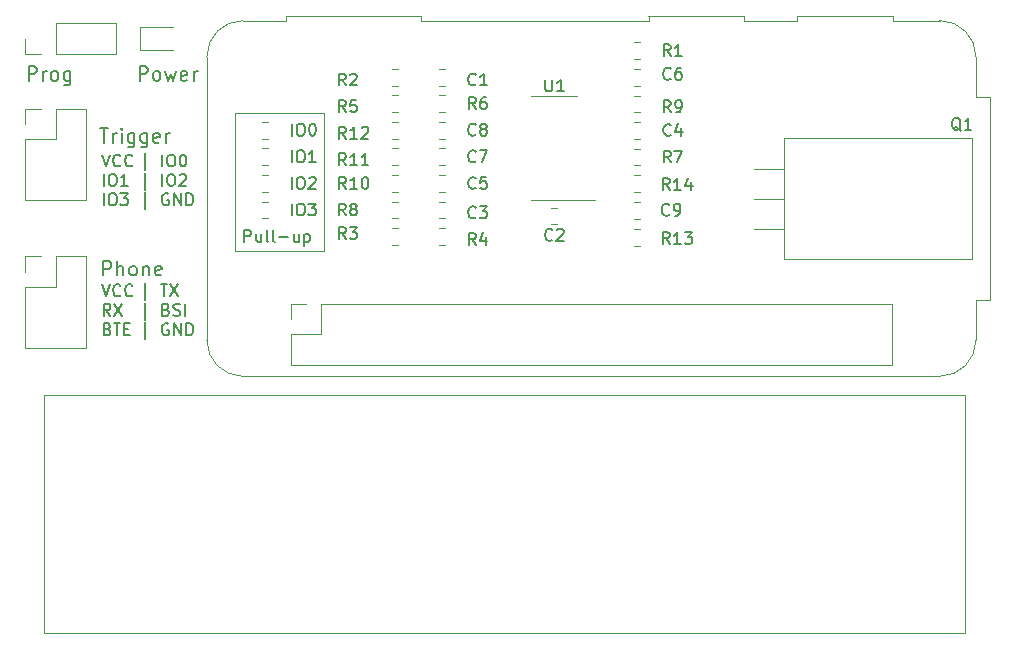
<source format=gto>
G04 #@! TF.GenerationSoftware,KiCad,Pcbnew,(5.1.2)-1*
G04 #@! TF.CreationDate,2019-06-30T13:56:13+03:00*
G04 #@! TF.ProjectId,rpizero-lowpower,7270697a-6572-46f2-9d6c-6f77706f7765,0.1.0*
G04 #@! TF.SameCoordinates,Original*
G04 #@! TF.FileFunction,Legend,Top*
G04 #@! TF.FilePolarity,Positive*
%FSLAX46Y46*%
G04 Gerber Fmt 4.6, Leading zero omitted, Abs format (unit mm)*
G04 Created by KiCad (PCBNEW (5.1.2)-1) date 2019-06-30 13:56:13*
%MOMM*%
%LPD*%
G04 APERTURE LIST*
%ADD10C,0.120000*%
%ADD11C,0.150000*%
%ADD12C,0.200000*%
G04 APERTURE END LIST*
D10*
X93428000Y-84480000D02*
X93428000Y-72730000D01*
D11*
X94166095Y-83682380D02*
X94166095Y-82682380D01*
X94547047Y-82682380D01*
X94642285Y-82730000D01*
X94689904Y-82777619D01*
X94737523Y-82872857D01*
X94737523Y-83015714D01*
X94689904Y-83110952D01*
X94642285Y-83158571D01*
X94547047Y-83206190D01*
X94166095Y-83206190D01*
X95594666Y-83015714D02*
X95594666Y-83682380D01*
X95166095Y-83015714D02*
X95166095Y-83539523D01*
X95213714Y-83634761D01*
X95308952Y-83682380D01*
X95451809Y-83682380D01*
X95547047Y-83634761D01*
X95594666Y-83587142D01*
X96213714Y-83682380D02*
X96118476Y-83634761D01*
X96070857Y-83539523D01*
X96070857Y-82682380D01*
X96737523Y-83682380D02*
X96642285Y-83634761D01*
X96594666Y-83539523D01*
X96594666Y-82682380D01*
X97118476Y-83301428D02*
X97880380Y-83301428D01*
X98785142Y-83015714D02*
X98785142Y-83682380D01*
X98356571Y-83015714D02*
X98356571Y-83539523D01*
X98404190Y-83634761D01*
X98499428Y-83682380D01*
X98642285Y-83682380D01*
X98737523Y-83634761D01*
X98785142Y-83587142D01*
X99261333Y-83015714D02*
X99261333Y-84015714D01*
X99261333Y-83063333D02*
X99356571Y-83015714D01*
X99547047Y-83015714D01*
X99642285Y-83063333D01*
X99689904Y-83110952D01*
X99737523Y-83206190D01*
X99737523Y-83491904D01*
X99689904Y-83587142D01*
X99642285Y-83634761D01*
X99547047Y-83682380D01*
X99356571Y-83682380D01*
X99261333Y-83634761D01*
D10*
X100928000Y-84480000D02*
X93428000Y-84480000D01*
X100928000Y-72730000D02*
X100928000Y-84480000D01*
X93428000Y-72730000D02*
X100928000Y-72730000D01*
D12*
X85306571Y-70022857D02*
X85306571Y-68822857D01*
X85763714Y-68822857D01*
X85878000Y-68880000D01*
X85935142Y-68937142D01*
X85992285Y-69051428D01*
X85992285Y-69222857D01*
X85935142Y-69337142D01*
X85878000Y-69394285D01*
X85763714Y-69451428D01*
X85306571Y-69451428D01*
X86678000Y-70022857D02*
X86563714Y-69965714D01*
X86506571Y-69908571D01*
X86449428Y-69794285D01*
X86449428Y-69451428D01*
X86506571Y-69337142D01*
X86563714Y-69280000D01*
X86678000Y-69222857D01*
X86849428Y-69222857D01*
X86963714Y-69280000D01*
X87020857Y-69337142D01*
X87078000Y-69451428D01*
X87078000Y-69794285D01*
X87020857Y-69908571D01*
X86963714Y-69965714D01*
X86849428Y-70022857D01*
X86678000Y-70022857D01*
X87478000Y-69222857D02*
X87706571Y-70022857D01*
X87935142Y-69451428D01*
X88163714Y-70022857D01*
X88392285Y-69222857D01*
X89306571Y-69965714D02*
X89192285Y-70022857D01*
X88963714Y-70022857D01*
X88849428Y-69965714D01*
X88792285Y-69851428D01*
X88792285Y-69394285D01*
X88849428Y-69280000D01*
X88963714Y-69222857D01*
X89192285Y-69222857D01*
X89306571Y-69280000D01*
X89363714Y-69394285D01*
X89363714Y-69508571D01*
X88792285Y-69622857D01*
X89878000Y-70022857D02*
X89878000Y-69222857D01*
X89878000Y-69451428D02*
X89935142Y-69337142D01*
X89992285Y-69280000D01*
X90106571Y-69222857D01*
X90220857Y-69222857D01*
D11*
X82120738Y-87282380D02*
X82454071Y-88282380D01*
X82787404Y-87282380D01*
X83692166Y-88187142D02*
X83644547Y-88234761D01*
X83501690Y-88282380D01*
X83406452Y-88282380D01*
X83263595Y-88234761D01*
X83168357Y-88139523D01*
X83120738Y-88044285D01*
X83073119Y-87853809D01*
X83073119Y-87710952D01*
X83120738Y-87520476D01*
X83168357Y-87425238D01*
X83263595Y-87330000D01*
X83406452Y-87282380D01*
X83501690Y-87282380D01*
X83644547Y-87330000D01*
X83692166Y-87377619D01*
X84692166Y-88187142D02*
X84644547Y-88234761D01*
X84501690Y-88282380D01*
X84406452Y-88282380D01*
X84263595Y-88234761D01*
X84168357Y-88139523D01*
X84120738Y-88044285D01*
X84073119Y-87853809D01*
X84073119Y-87710952D01*
X84120738Y-87520476D01*
X84168357Y-87425238D01*
X84263595Y-87330000D01*
X84406452Y-87282380D01*
X84501690Y-87282380D01*
X84644547Y-87330000D01*
X84692166Y-87377619D01*
X82835023Y-89932380D02*
X82501690Y-89456190D01*
X82263595Y-89932380D02*
X82263595Y-88932380D01*
X82644547Y-88932380D01*
X82739785Y-88980000D01*
X82787404Y-89027619D01*
X82835023Y-89122857D01*
X82835023Y-89265714D01*
X82787404Y-89360952D01*
X82739785Y-89408571D01*
X82644547Y-89456190D01*
X82263595Y-89456190D01*
X83168357Y-88932380D02*
X83835023Y-89932380D01*
X83835023Y-88932380D02*
X83168357Y-89932380D01*
X82596928Y-91058571D02*
X82739785Y-91106190D01*
X82787404Y-91153809D01*
X82835023Y-91249047D01*
X82835023Y-91391904D01*
X82787404Y-91487142D01*
X82739785Y-91534761D01*
X82644547Y-91582380D01*
X82263595Y-91582380D01*
X82263595Y-90582380D01*
X82596928Y-90582380D01*
X82692166Y-90630000D01*
X82739785Y-90677619D01*
X82787404Y-90772857D01*
X82787404Y-90868095D01*
X82739785Y-90963333D01*
X82692166Y-91010952D01*
X82596928Y-91058571D01*
X82263595Y-91058571D01*
X83120738Y-90582380D02*
X83692166Y-90582380D01*
X83406452Y-91582380D02*
X83406452Y-90582380D01*
X84025500Y-91058571D02*
X84358833Y-91058571D01*
X84501690Y-91582380D02*
X84025500Y-91582380D01*
X84025500Y-90582380D01*
X84501690Y-90582380D01*
X85751690Y-88615714D02*
X85751690Y-87187142D01*
X87085023Y-87282380D02*
X87656452Y-87282380D01*
X87370738Y-88282380D02*
X87370738Y-87282380D01*
X87894547Y-87282380D02*
X88561214Y-88282380D01*
X88561214Y-87282380D02*
X87894547Y-88282380D01*
X85751690Y-90265714D02*
X85751690Y-88837142D01*
X87561214Y-89408571D02*
X87704071Y-89456190D01*
X87751690Y-89503809D01*
X87799309Y-89599047D01*
X87799309Y-89741904D01*
X87751690Y-89837142D01*
X87704071Y-89884761D01*
X87608833Y-89932380D01*
X87227880Y-89932380D01*
X87227880Y-88932380D01*
X87561214Y-88932380D01*
X87656452Y-88980000D01*
X87704071Y-89027619D01*
X87751690Y-89122857D01*
X87751690Y-89218095D01*
X87704071Y-89313333D01*
X87656452Y-89360952D01*
X87561214Y-89408571D01*
X87227880Y-89408571D01*
X88180261Y-89884761D02*
X88323119Y-89932380D01*
X88561214Y-89932380D01*
X88656452Y-89884761D01*
X88704071Y-89837142D01*
X88751690Y-89741904D01*
X88751690Y-89646666D01*
X88704071Y-89551428D01*
X88656452Y-89503809D01*
X88561214Y-89456190D01*
X88370738Y-89408571D01*
X88275500Y-89360952D01*
X88227880Y-89313333D01*
X88180261Y-89218095D01*
X88180261Y-89122857D01*
X88227880Y-89027619D01*
X88275500Y-88980000D01*
X88370738Y-88932380D01*
X88608833Y-88932380D01*
X88751690Y-88980000D01*
X89180261Y-89932380D02*
X89180261Y-88932380D01*
X85751690Y-91915714D02*
X85751690Y-90487142D01*
X87751690Y-90630000D02*
X87656452Y-90582380D01*
X87513595Y-90582380D01*
X87370738Y-90630000D01*
X87275500Y-90725238D01*
X87227880Y-90820476D01*
X87180261Y-91010952D01*
X87180261Y-91153809D01*
X87227880Y-91344285D01*
X87275500Y-91439523D01*
X87370738Y-91534761D01*
X87513595Y-91582380D01*
X87608833Y-91582380D01*
X87751690Y-91534761D01*
X87799309Y-91487142D01*
X87799309Y-91153809D01*
X87608833Y-91153809D01*
X88227880Y-91582380D02*
X88227880Y-90582380D01*
X88799309Y-91582380D01*
X88799309Y-90582380D01*
X89275500Y-91582380D02*
X89275500Y-90582380D01*
X89513595Y-90582380D01*
X89656452Y-90630000D01*
X89751690Y-90725238D01*
X89799309Y-90820476D01*
X89846928Y-91010952D01*
X89846928Y-91153809D01*
X89799309Y-91344285D01*
X89751690Y-91439523D01*
X89656452Y-91534761D01*
X89513595Y-91582380D01*
X89275500Y-91582380D01*
X85751690Y-77615714D02*
X85751690Y-76187142D01*
X87227880Y-77282380D02*
X87227880Y-76282380D01*
X87894547Y-76282380D02*
X88085023Y-76282380D01*
X88180261Y-76330000D01*
X88275500Y-76425238D01*
X88323119Y-76615714D01*
X88323119Y-76949047D01*
X88275500Y-77139523D01*
X88180261Y-77234761D01*
X88085023Y-77282380D01*
X87894547Y-77282380D01*
X87799309Y-77234761D01*
X87704071Y-77139523D01*
X87656452Y-76949047D01*
X87656452Y-76615714D01*
X87704071Y-76425238D01*
X87799309Y-76330000D01*
X87894547Y-76282380D01*
X88942166Y-76282380D02*
X89037404Y-76282380D01*
X89132642Y-76330000D01*
X89180261Y-76377619D01*
X89227880Y-76472857D01*
X89275500Y-76663333D01*
X89275500Y-76901428D01*
X89227880Y-77091904D01*
X89180261Y-77187142D01*
X89132642Y-77234761D01*
X89037404Y-77282380D01*
X88942166Y-77282380D01*
X88846928Y-77234761D01*
X88799309Y-77187142D01*
X88751690Y-77091904D01*
X88704071Y-76901428D01*
X88704071Y-76663333D01*
X88751690Y-76472857D01*
X88799309Y-76377619D01*
X88846928Y-76330000D01*
X88942166Y-76282380D01*
X85751690Y-79265714D02*
X85751690Y-77837142D01*
X87227880Y-78932380D02*
X87227880Y-77932380D01*
X87894547Y-77932380D02*
X88085023Y-77932380D01*
X88180261Y-77980000D01*
X88275500Y-78075238D01*
X88323119Y-78265714D01*
X88323119Y-78599047D01*
X88275500Y-78789523D01*
X88180261Y-78884761D01*
X88085023Y-78932380D01*
X87894547Y-78932380D01*
X87799309Y-78884761D01*
X87704071Y-78789523D01*
X87656452Y-78599047D01*
X87656452Y-78265714D01*
X87704071Y-78075238D01*
X87799309Y-77980000D01*
X87894547Y-77932380D01*
X88704071Y-78027619D02*
X88751690Y-77980000D01*
X88846928Y-77932380D01*
X89085023Y-77932380D01*
X89180261Y-77980000D01*
X89227880Y-78027619D01*
X89275500Y-78122857D01*
X89275500Y-78218095D01*
X89227880Y-78360952D01*
X88656452Y-78932380D01*
X89275500Y-78932380D01*
X85751690Y-80915714D02*
X85751690Y-79487142D01*
X87751690Y-79630000D02*
X87656452Y-79582380D01*
X87513595Y-79582380D01*
X87370738Y-79630000D01*
X87275500Y-79725238D01*
X87227880Y-79820476D01*
X87180261Y-80010952D01*
X87180261Y-80153809D01*
X87227880Y-80344285D01*
X87275500Y-80439523D01*
X87370738Y-80534761D01*
X87513595Y-80582380D01*
X87608833Y-80582380D01*
X87751690Y-80534761D01*
X87799309Y-80487142D01*
X87799309Y-80153809D01*
X87608833Y-80153809D01*
X88227880Y-80582380D02*
X88227880Y-79582380D01*
X88799309Y-80582380D01*
X88799309Y-79582380D01*
X89275500Y-80582380D02*
X89275500Y-79582380D01*
X89513595Y-79582380D01*
X89656452Y-79630000D01*
X89751690Y-79725238D01*
X89799309Y-79820476D01*
X89846928Y-80010952D01*
X89846928Y-80153809D01*
X89799309Y-80344285D01*
X89751690Y-80439523D01*
X89656452Y-80534761D01*
X89513595Y-80582380D01*
X89275500Y-80582380D01*
X82120738Y-76282380D02*
X82454071Y-77282380D01*
X82787404Y-76282380D01*
X83692166Y-77187142D02*
X83644547Y-77234761D01*
X83501690Y-77282380D01*
X83406452Y-77282380D01*
X83263595Y-77234761D01*
X83168357Y-77139523D01*
X83120738Y-77044285D01*
X83073119Y-76853809D01*
X83073119Y-76710952D01*
X83120738Y-76520476D01*
X83168357Y-76425238D01*
X83263595Y-76330000D01*
X83406452Y-76282380D01*
X83501690Y-76282380D01*
X83644547Y-76330000D01*
X83692166Y-76377619D01*
X84692166Y-77187142D02*
X84644547Y-77234761D01*
X84501690Y-77282380D01*
X84406452Y-77282380D01*
X84263595Y-77234761D01*
X84168357Y-77139523D01*
X84120738Y-77044285D01*
X84073119Y-76853809D01*
X84073119Y-76710952D01*
X84120738Y-76520476D01*
X84168357Y-76425238D01*
X84263595Y-76330000D01*
X84406452Y-76282380D01*
X84501690Y-76282380D01*
X84644547Y-76330000D01*
X84692166Y-76377619D01*
X82263595Y-78932380D02*
X82263595Y-77932380D01*
X82930261Y-77932380D02*
X83120738Y-77932380D01*
X83215976Y-77980000D01*
X83311214Y-78075238D01*
X83358833Y-78265714D01*
X83358833Y-78599047D01*
X83311214Y-78789523D01*
X83215976Y-78884761D01*
X83120738Y-78932380D01*
X82930261Y-78932380D01*
X82835023Y-78884761D01*
X82739785Y-78789523D01*
X82692166Y-78599047D01*
X82692166Y-78265714D01*
X82739785Y-78075238D01*
X82835023Y-77980000D01*
X82930261Y-77932380D01*
X84311214Y-78932380D02*
X83739785Y-78932380D01*
X84025500Y-78932380D02*
X84025500Y-77932380D01*
X83930261Y-78075238D01*
X83835023Y-78170476D01*
X83739785Y-78218095D01*
X82263595Y-80582380D02*
X82263595Y-79582380D01*
X82930261Y-79582380D02*
X83120738Y-79582380D01*
X83215976Y-79630000D01*
X83311214Y-79725238D01*
X83358833Y-79915714D01*
X83358833Y-80249047D01*
X83311214Y-80439523D01*
X83215976Y-80534761D01*
X83120738Y-80582380D01*
X82930261Y-80582380D01*
X82835023Y-80534761D01*
X82739785Y-80439523D01*
X82692166Y-80249047D01*
X82692166Y-79915714D01*
X82739785Y-79725238D01*
X82835023Y-79630000D01*
X82930261Y-79582380D01*
X83692166Y-79582380D02*
X84311214Y-79582380D01*
X83977880Y-79963333D01*
X84120738Y-79963333D01*
X84215976Y-80010952D01*
X84263595Y-80058571D01*
X84311214Y-80153809D01*
X84311214Y-80391904D01*
X84263595Y-80487142D01*
X84215976Y-80534761D01*
X84120738Y-80582380D01*
X83835023Y-80582380D01*
X83739785Y-80534761D01*
X83692166Y-80487142D01*
D12*
X75906571Y-70022857D02*
X75906571Y-68822857D01*
X76363714Y-68822857D01*
X76478000Y-68880000D01*
X76535142Y-68937142D01*
X76592285Y-69051428D01*
X76592285Y-69222857D01*
X76535142Y-69337142D01*
X76478000Y-69394285D01*
X76363714Y-69451428D01*
X75906571Y-69451428D01*
X77106571Y-70022857D02*
X77106571Y-69222857D01*
X77106571Y-69451428D02*
X77163714Y-69337142D01*
X77220857Y-69280000D01*
X77335142Y-69222857D01*
X77449428Y-69222857D01*
X78020857Y-70022857D02*
X77906571Y-69965714D01*
X77849428Y-69908571D01*
X77792285Y-69794285D01*
X77792285Y-69451428D01*
X77849428Y-69337142D01*
X77906571Y-69280000D01*
X78020857Y-69222857D01*
X78192285Y-69222857D01*
X78306571Y-69280000D01*
X78363714Y-69337142D01*
X78420857Y-69451428D01*
X78420857Y-69794285D01*
X78363714Y-69908571D01*
X78306571Y-69965714D01*
X78192285Y-70022857D01*
X78020857Y-70022857D01*
X79449428Y-69222857D02*
X79449428Y-70194285D01*
X79392285Y-70308571D01*
X79335142Y-70365714D01*
X79220857Y-70422857D01*
X79049428Y-70422857D01*
X78935142Y-70365714D01*
X79449428Y-69965714D02*
X79335142Y-70022857D01*
X79106571Y-70022857D01*
X78992285Y-69965714D01*
X78935142Y-69908571D01*
X78878000Y-69794285D01*
X78878000Y-69451428D01*
X78935142Y-69337142D01*
X78992285Y-69280000D01*
X79106571Y-69222857D01*
X79335142Y-69222857D01*
X79449428Y-69280000D01*
X81956571Y-74072857D02*
X82642285Y-74072857D01*
X82299428Y-75272857D02*
X82299428Y-74072857D01*
X83042285Y-75272857D02*
X83042285Y-74472857D01*
X83042285Y-74701428D02*
X83099428Y-74587142D01*
X83156571Y-74530000D01*
X83270857Y-74472857D01*
X83385142Y-74472857D01*
X83785142Y-75272857D02*
X83785142Y-74472857D01*
X83785142Y-74072857D02*
X83728000Y-74130000D01*
X83785142Y-74187142D01*
X83842285Y-74130000D01*
X83785142Y-74072857D01*
X83785142Y-74187142D01*
X84870857Y-74472857D02*
X84870857Y-75444285D01*
X84813714Y-75558571D01*
X84756571Y-75615714D01*
X84642285Y-75672857D01*
X84470857Y-75672857D01*
X84356571Y-75615714D01*
X84870857Y-75215714D02*
X84756571Y-75272857D01*
X84528000Y-75272857D01*
X84413714Y-75215714D01*
X84356571Y-75158571D01*
X84299428Y-75044285D01*
X84299428Y-74701428D01*
X84356571Y-74587142D01*
X84413714Y-74530000D01*
X84528000Y-74472857D01*
X84756571Y-74472857D01*
X84870857Y-74530000D01*
X85956571Y-74472857D02*
X85956571Y-75444285D01*
X85899428Y-75558571D01*
X85842285Y-75615714D01*
X85728000Y-75672857D01*
X85556571Y-75672857D01*
X85442285Y-75615714D01*
X85956571Y-75215714D02*
X85842285Y-75272857D01*
X85613714Y-75272857D01*
X85499428Y-75215714D01*
X85442285Y-75158571D01*
X85385142Y-75044285D01*
X85385142Y-74701428D01*
X85442285Y-74587142D01*
X85499428Y-74530000D01*
X85613714Y-74472857D01*
X85842285Y-74472857D01*
X85956571Y-74530000D01*
X86985142Y-75215714D02*
X86870857Y-75272857D01*
X86642285Y-75272857D01*
X86528000Y-75215714D01*
X86470857Y-75101428D01*
X86470857Y-74644285D01*
X86528000Y-74530000D01*
X86642285Y-74472857D01*
X86870857Y-74472857D01*
X86985142Y-74530000D01*
X87042285Y-74644285D01*
X87042285Y-74758571D01*
X86470857Y-74872857D01*
X87556571Y-75272857D02*
X87556571Y-74472857D01*
X87556571Y-74701428D02*
X87613714Y-74587142D01*
X87670857Y-74530000D01*
X87785142Y-74472857D01*
X87899428Y-74472857D01*
X82220857Y-86522857D02*
X82220857Y-85322857D01*
X82678000Y-85322857D01*
X82792285Y-85380000D01*
X82849428Y-85437142D01*
X82906571Y-85551428D01*
X82906571Y-85722857D01*
X82849428Y-85837142D01*
X82792285Y-85894285D01*
X82678000Y-85951428D01*
X82220857Y-85951428D01*
X83420857Y-86522857D02*
X83420857Y-85322857D01*
X83935142Y-86522857D02*
X83935142Y-85894285D01*
X83878000Y-85780000D01*
X83763714Y-85722857D01*
X83592285Y-85722857D01*
X83478000Y-85780000D01*
X83420857Y-85837142D01*
X84678000Y-86522857D02*
X84563714Y-86465714D01*
X84506571Y-86408571D01*
X84449428Y-86294285D01*
X84449428Y-85951428D01*
X84506571Y-85837142D01*
X84563714Y-85780000D01*
X84678000Y-85722857D01*
X84849428Y-85722857D01*
X84963714Y-85780000D01*
X85020857Y-85837142D01*
X85078000Y-85951428D01*
X85078000Y-86294285D01*
X85020857Y-86408571D01*
X84963714Y-86465714D01*
X84849428Y-86522857D01*
X84678000Y-86522857D01*
X85592285Y-85722857D02*
X85592285Y-86522857D01*
X85592285Y-85837142D02*
X85649428Y-85780000D01*
X85763714Y-85722857D01*
X85935142Y-85722857D01*
X86049428Y-85780000D01*
X86106571Y-85894285D01*
X86106571Y-86522857D01*
X87135142Y-86465714D02*
X87020857Y-86522857D01*
X86792285Y-86522857D01*
X86678000Y-86465714D01*
X86620857Y-86351428D01*
X86620857Y-85894285D01*
X86678000Y-85780000D01*
X86792285Y-85722857D01*
X87020857Y-85722857D01*
X87135142Y-85780000D01*
X87192285Y-85894285D01*
X87192285Y-86008571D01*
X86620857Y-86122857D01*
D10*
X127138748Y-79422000D02*
X127661252Y-79422000D01*
X127138748Y-78002000D02*
X127661252Y-78002000D01*
X127661252Y-82574000D02*
X127138748Y-82574000D01*
X127661252Y-83994000D02*
X127138748Y-83994000D01*
X127138748Y-81708000D02*
X127661252Y-81708000D01*
X127138748Y-80288000D02*
X127661252Y-80288000D01*
X127166748Y-70459000D02*
X127689252Y-70459000D01*
X127166748Y-69039000D02*
X127689252Y-69039000D01*
X94058000Y-64940000D02*
G75*
G03X90998000Y-68000000I0J-3060000D01*
G01*
X90998000Y-92000000D02*
G75*
G03X94058000Y-95060000I3060000J0D01*
G01*
X153058000Y-95060000D02*
G75*
G03X156118000Y-92000000I0J3060000D01*
G01*
X153058000Y-95060000D02*
X94058000Y-95060000D01*
X90998000Y-92000000D02*
X90998000Y-68000000D01*
X153058000Y-64940000D02*
X149118000Y-64940000D01*
X156118000Y-71440000D02*
X156118000Y-68000000D01*
X156118000Y-68000000D02*
G75*
G03X153058000Y-64940000I-3060000J0D01*
G01*
X149018000Y-94100000D02*
X149018000Y-88900000D01*
X100698000Y-88900000D02*
X149018000Y-88900000D01*
X98098000Y-88900000D02*
X99428000Y-88900000D01*
X98098000Y-90230000D02*
X98098000Y-88900000D01*
X100698000Y-91500000D02*
X100698000Y-88900000D01*
X98098000Y-91500000D02*
X100698000Y-91500000D01*
X98098000Y-94100000D02*
X98098000Y-91500000D01*
X98098000Y-94100000D02*
X149018000Y-94100000D01*
X156118000Y-88560000D02*
X157318000Y-88560000D01*
X157318000Y-88560000D02*
X157318000Y-71440000D01*
X157318000Y-71440000D02*
X156118000Y-71440000D01*
X156118000Y-88560000D02*
X156118000Y-92000000D01*
X149118000Y-64940000D02*
X149118000Y-64576000D01*
X149118000Y-64576000D02*
X140998000Y-64576000D01*
X140998000Y-64576000D02*
X140998000Y-64940000D01*
X136518000Y-64940000D02*
X136518000Y-64576000D01*
X128398000Y-64576000D02*
X128398000Y-64940000D01*
X136512000Y-64576000D02*
X128392000Y-64576000D01*
X140998000Y-64940000D02*
X136518000Y-64940000D01*
X128398000Y-64940000D02*
X109168000Y-64940000D01*
X109168000Y-64940000D02*
X109168000Y-64576000D01*
X109168000Y-64576000D02*
X97748000Y-64576000D01*
X97748000Y-64576000D02*
X97748000Y-64940000D01*
X97748000Y-64940000D02*
X94058000Y-64940000D01*
X106666748Y-79440000D02*
X107189252Y-79440000D01*
X106666748Y-78020000D02*
X107189252Y-78020000D01*
X139868000Y-82560000D02*
X137328000Y-82560000D01*
X139868000Y-80020000D02*
X137328000Y-80020000D01*
X139868000Y-77480000D02*
X137328000Y-77480000D01*
X155758000Y-85140000D02*
X139868000Y-85140000D01*
X155758000Y-74900000D02*
X139868000Y-74900000D01*
X155758000Y-74900000D02*
X155758000Y-85140000D01*
X139868000Y-74900000D02*
X139868000Y-85140000D01*
X95666748Y-74940000D02*
X96189252Y-74940000D01*
X95666748Y-73520000D02*
X96189252Y-73520000D01*
X95666748Y-77190000D02*
X96189252Y-77190000D01*
X95666748Y-75770000D02*
X96189252Y-75770000D01*
X95666748Y-79440000D02*
X96189252Y-79440000D01*
X95666748Y-78020000D02*
X96189252Y-78020000D01*
X95666748Y-81690000D02*
X96189252Y-81690000D01*
X95666748Y-80270000D02*
X96189252Y-80270000D01*
X75598000Y-72400000D02*
X76928000Y-72400000D01*
X75598000Y-73730000D02*
X75598000Y-72400000D01*
X78198000Y-72400000D02*
X80798000Y-72400000D01*
X78198000Y-75000000D02*
X78198000Y-72400000D01*
X75598000Y-75000000D02*
X78198000Y-75000000D01*
X80798000Y-72400000D02*
X80798000Y-80140000D01*
X75598000Y-75000000D02*
X75598000Y-80140000D01*
X75598000Y-80140000D02*
X80798000Y-80140000D01*
X75598000Y-67810000D02*
X75598000Y-66480000D01*
X76928000Y-67810000D02*
X75598000Y-67810000D01*
X78198000Y-67810000D02*
X78198000Y-65150000D01*
X78198000Y-65150000D02*
X83338000Y-65150000D01*
X78198000Y-67810000D02*
X83338000Y-67810000D01*
X83338000Y-67810000D02*
X83338000Y-65150000D01*
X75598000Y-84900000D02*
X76928000Y-84900000D01*
X75598000Y-86230000D02*
X75598000Y-84900000D01*
X78198000Y-84900000D02*
X80798000Y-84900000D01*
X78198000Y-87500000D02*
X78198000Y-84900000D01*
X75598000Y-87500000D02*
X78198000Y-87500000D01*
X80798000Y-84900000D02*
X80798000Y-92640000D01*
X75598000Y-87500000D02*
X75598000Y-92640000D01*
X75598000Y-92640000D02*
X80798000Y-92640000D01*
X106666748Y-74940000D02*
X107189252Y-74940000D01*
X106666748Y-73520000D02*
X107189252Y-73520000D01*
X106666748Y-77190000D02*
X107189252Y-77190000D01*
X106666748Y-75770000D02*
X107189252Y-75770000D01*
X127166748Y-72709000D02*
X127689252Y-72709000D01*
X127166748Y-71289000D02*
X127689252Y-71289000D01*
X106666748Y-81690000D02*
X107189252Y-81690000D01*
X106666748Y-80270000D02*
X107189252Y-80270000D01*
X127166748Y-77209000D02*
X127689252Y-77209000D01*
X127166748Y-75789000D02*
X127689252Y-75789000D01*
X110666748Y-72690000D02*
X111189252Y-72690000D01*
X110666748Y-71270000D02*
X111189252Y-71270000D01*
X106666748Y-72690000D02*
X107189252Y-72690000D01*
X106666748Y-71270000D02*
X107189252Y-71270000D01*
X110666748Y-74940000D02*
X111189252Y-74940000D01*
X110666748Y-73520000D02*
X111189252Y-73520000D01*
X110666748Y-77190000D02*
X111189252Y-77190000D01*
X110666748Y-75770000D02*
X111189252Y-75770000D01*
X110666748Y-79440000D02*
X111189252Y-79440000D01*
X110666748Y-78020000D02*
X111189252Y-78020000D01*
X127166748Y-74959000D02*
X127689252Y-74959000D01*
X127166748Y-73539000D02*
X127689252Y-73539000D01*
X110666748Y-81690000D02*
X111189252Y-81690000D01*
X110666748Y-80270000D02*
X111189252Y-80270000D01*
X120689252Y-80770000D02*
X120166748Y-80770000D01*
X120689252Y-82190000D02*
X120166748Y-82190000D01*
X110666748Y-70440000D02*
X111189252Y-70440000D01*
X110666748Y-69020000D02*
X111189252Y-69020000D01*
X155178000Y-96680000D02*
X155178000Y-116780000D01*
X77178000Y-96680000D02*
X155178000Y-96680000D01*
X77178000Y-116780000D02*
X77178000Y-96680000D01*
X155178000Y-116780000D02*
X77178000Y-116780000D01*
X110666748Y-83940000D02*
X111189252Y-83940000D01*
X110666748Y-82520000D02*
X111189252Y-82520000D01*
X106666748Y-83940000D02*
X107189252Y-83940000D01*
X106666748Y-82520000D02*
X107189252Y-82520000D01*
X106666748Y-70440000D02*
X107189252Y-70440000D01*
X106666748Y-69020000D02*
X107189252Y-69020000D01*
X127166748Y-68209000D02*
X127689252Y-68209000D01*
X127166748Y-66789000D02*
X127689252Y-66789000D01*
X85318000Y-67440000D02*
X88178000Y-67440000D01*
X85318000Y-65520000D02*
X85318000Y-67440000D01*
X88178000Y-65520000D02*
X85318000Y-65520000D01*
X120428000Y-80165000D02*
X123878000Y-80165000D01*
X120428000Y-80165000D02*
X118478000Y-80165000D01*
X120428000Y-71295000D02*
X122378000Y-71295000D01*
X120428000Y-71295000D02*
X118478000Y-71295000D01*
D11*
X130186142Y-79291380D02*
X129852809Y-78815190D01*
X129614714Y-79291380D02*
X129614714Y-78291380D01*
X129995666Y-78291380D01*
X130090904Y-78339000D01*
X130138523Y-78386619D01*
X130186142Y-78481857D01*
X130186142Y-78624714D01*
X130138523Y-78719952D01*
X130090904Y-78767571D01*
X129995666Y-78815190D01*
X129614714Y-78815190D01*
X131138523Y-79291380D02*
X130567095Y-79291380D01*
X130852809Y-79291380D02*
X130852809Y-78291380D01*
X130757571Y-78434238D01*
X130662333Y-78529476D01*
X130567095Y-78577095D01*
X131995666Y-78624714D02*
X131995666Y-79291380D01*
X131757571Y-78243761D02*
X131519476Y-78958047D01*
X132138523Y-78958047D01*
X130186142Y-83863380D02*
X129852809Y-83387190D01*
X129614714Y-83863380D02*
X129614714Y-82863380D01*
X129995666Y-82863380D01*
X130090904Y-82911000D01*
X130138523Y-82958619D01*
X130186142Y-83053857D01*
X130186142Y-83196714D01*
X130138523Y-83291952D01*
X130090904Y-83339571D01*
X129995666Y-83387190D01*
X129614714Y-83387190D01*
X131138523Y-83863380D02*
X130567095Y-83863380D01*
X130852809Y-83863380D02*
X130852809Y-82863380D01*
X130757571Y-83006238D01*
X130662333Y-83101476D01*
X130567095Y-83149095D01*
X131471857Y-82863380D02*
X132090904Y-82863380D01*
X131757571Y-83244333D01*
X131900428Y-83244333D01*
X131995666Y-83291952D01*
X132043285Y-83339571D01*
X132090904Y-83434809D01*
X132090904Y-83672904D01*
X132043285Y-83768142D01*
X131995666Y-83815761D01*
X131900428Y-83863380D01*
X131614714Y-83863380D01*
X131519476Y-83815761D01*
X131471857Y-83768142D01*
X130154333Y-81355142D02*
X130106714Y-81402761D01*
X129963857Y-81450380D01*
X129868619Y-81450380D01*
X129725761Y-81402761D01*
X129630523Y-81307523D01*
X129582904Y-81212285D01*
X129535285Y-81021809D01*
X129535285Y-80878952D01*
X129582904Y-80688476D01*
X129630523Y-80593238D01*
X129725761Y-80498000D01*
X129868619Y-80450380D01*
X129963857Y-80450380D01*
X130106714Y-80498000D01*
X130154333Y-80545619D01*
X130630523Y-81450380D02*
X130821000Y-81450380D01*
X130916238Y-81402761D01*
X130963857Y-81355142D01*
X131059095Y-81212285D01*
X131106714Y-81021809D01*
X131106714Y-80640857D01*
X131059095Y-80545619D01*
X131011476Y-80498000D01*
X130916238Y-80450380D01*
X130725761Y-80450380D01*
X130630523Y-80498000D01*
X130582904Y-80545619D01*
X130535285Y-80640857D01*
X130535285Y-80878952D01*
X130582904Y-80974190D01*
X130630523Y-81021809D01*
X130725761Y-81069428D01*
X130916238Y-81069428D01*
X131011476Y-81021809D01*
X131059095Y-80974190D01*
X131106714Y-80878952D01*
X130261333Y-69856142D02*
X130213714Y-69903761D01*
X130070857Y-69951380D01*
X129975619Y-69951380D01*
X129832761Y-69903761D01*
X129737523Y-69808523D01*
X129689904Y-69713285D01*
X129642285Y-69522809D01*
X129642285Y-69379952D01*
X129689904Y-69189476D01*
X129737523Y-69094238D01*
X129832761Y-68999000D01*
X129975619Y-68951380D01*
X130070857Y-68951380D01*
X130213714Y-68999000D01*
X130261333Y-69046619D01*
X131118476Y-68951380D02*
X130928000Y-68951380D01*
X130832761Y-68999000D01*
X130785142Y-69046619D01*
X130689904Y-69189476D01*
X130642285Y-69379952D01*
X130642285Y-69760904D01*
X130689904Y-69856142D01*
X130737523Y-69903761D01*
X130832761Y-69951380D01*
X131023238Y-69951380D01*
X131118476Y-69903761D01*
X131166095Y-69856142D01*
X131213714Y-69760904D01*
X131213714Y-69522809D01*
X131166095Y-69427571D01*
X131118476Y-69379952D01*
X131023238Y-69332333D01*
X130832761Y-69332333D01*
X130737523Y-69379952D01*
X130689904Y-69427571D01*
X130642285Y-69522809D01*
X102785142Y-79182380D02*
X102451809Y-78706190D01*
X102213714Y-79182380D02*
X102213714Y-78182380D01*
X102594666Y-78182380D01*
X102689904Y-78230000D01*
X102737523Y-78277619D01*
X102785142Y-78372857D01*
X102785142Y-78515714D01*
X102737523Y-78610952D01*
X102689904Y-78658571D01*
X102594666Y-78706190D01*
X102213714Y-78706190D01*
X103737523Y-79182380D02*
X103166095Y-79182380D01*
X103451809Y-79182380D02*
X103451809Y-78182380D01*
X103356571Y-78325238D01*
X103261333Y-78420476D01*
X103166095Y-78468095D01*
X104356571Y-78182380D02*
X104451809Y-78182380D01*
X104547047Y-78230000D01*
X104594666Y-78277619D01*
X104642285Y-78372857D01*
X104689904Y-78563333D01*
X104689904Y-78801428D01*
X104642285Y-78991904D01*
X104594666Y-79087142D01*
X104547047Y-79134761D01*
X104451809Y-79182380D01*
X104356571Y-79182380D01*
X104261333Y-79134761D01*
X104213714Y-79087142D01*
X104166095Y-78991904D01*
X104118476Y-78801428D01*
X104118476Y-78563333D01*
X104166095Y-78372857D01*
X104213714Y-78277619D01*
X104261333Y-78230000D01*
X104356571Y-78182380D01*
X154832761Y-74277619D02*
X154737523Y-74230000D01*
X154642285Y-74134761D01*
X154499428Y-73991904D01*
X154404190Y-73944285D01*
X154308952Y-73944285D01*
X154356571Y-74182380D02*
X154261333Y-74134761D01*
X154166095Y-74039523D01*
X154118476Y-73849047D01*
X154118476Y-73515714D01*
X154166095Y-73325238D01*
X154261333Y-73230000D01*
X154356571Y-73182380D01*
X154547047Y-73182380D01*
X154642285Y-73230000D01*
X154737523Y-73325238D01*
X154785142Y-73515714D01*
X154785142Y-73849047D01*
X154737523Y-74039523D01*
X154642285Y-74134761D01*
X154547047Y-74182380D01*
X154356571Y-74182380D01*
X155737523Y-74182380D02*
X155166095Y-74182380D01*
X155451809Y-74182380D02*
X155451809Y-73182380D01*
X155356571Y-73325238D01*
X155261333Y-73420476D01*
X155166095Y-73468095D01*
X98178000Y-74682380D02*
X98178000Y-73682380D01*
X98844666Y-73682380D02*
X99035142Y-73682380D01*
X99130380Y-73730000D01*
X99225619Y-73825238D01*
X99273238Y-74015714D01*
X99273238Y-74349047D01*
X99225619Y-74539523D01*
X99130380Y-74634761D01*
X99035142Y-74682380D01*
X98844666Y-74682380D01*
X98749428Y-74634761D01*
X98654190Y-74539523D01*
X98606571Y-74349047D01*
X98606571Y-74015714D01*
X98654190Y-73825238D01*
X98749428Y-73730000D01*
X98844666Y-73682380D01*
X99892285Y-73682380D02*
X99987523Y-73682380D01*
X100082761Y-73730000D01*
X100130380Y-73777619D01*
X100178000Y-73872857D01*
X100225619Y-74063333D01*
X100225619Y-74301428D01*
X100178000Y-74491904D01*
X100130380Y-74587142D01*
X100082761Y-74634761D01*
X99987523Y-74682380D01*
X99892285Y-74682380D01*
X99797047Y-74634761D01*
X99749428Y-74587142D01*
X99701809Y-74491904D01*
X99654190Y-74301428D01*
X99654190Y-74063333D01*
X99701809Y-73872857D01*
X99749428Y-73777619D01*
X99797047Y-73730000D01*
X99892285Y-73682380D01*
X98178000Y-76932380D02*
X98178000Y-75932380D01*
X98844666Y-75932380D02*
X99035142Y-75932380D01*
X99130380Y-75980000D01*
X99225619Y-76075238D01*
X99273238Y-76265714D01*
X99273238Y-76599047D01*
X99225619Y-76789523D01*
X99130380Y-76884761D01*
X99035142Y-76932380D01*
X98844666Y-76932380D01*
X98749428Y-76884761D01*
X98654190Y-76789523D01*
X98606571Y-76599047D01*
X98606571Y-76265714D01*
X98654190Y-76075238D01*
X98749428Y-75980000D01*
X98844666Y-75932380D01*
X100225619Y-76932380D02*
X99654190Y-76932380D01*
X99939904Y-76932380D02*
X99939904Y-75932380D01*
X99844666Y-76075238D01*
X99749428Y-76170476D01*
X99654190Y-76218095D01*
X98178000Y-79182380D02*
X98178000Y-78182380D01*
X98844666Y-78182380D02*
X99035142Y-78182380D01*
X99130380Y-78230000D01*
X99225619Y-78325238D01*
X99273238Y-78515714D01*
X99273238Y-78849047D01*
X99225619Y-79039523D01*
X99130380Y-79134761D01*
X99035142Y-79182380D01*
X98844666Y-79182380D01*
X98749428Y-79134761D01*
X98654190Y-79039523D01*
X98606571Y-78849047D01*
X98606571Y-78515714D01*
X98654190Y-78325238D01*
X98749428Y-78230000D01*
X98844666Y-78182380D01*
X99654190Y-78277619D02*
X99701809Y-78230000D01*
X99797047Y-78182380D01*
X100035142Y-78182380D01*
X100130380Y-78230000D01*
X100178000Y-78277619D01*
X100225619Y-78372857D01*
X100225619Y-78468095D01*
X100178000Y-78610952D01*
X99606571Y-79182380D01*
X100225619Y-79182380D01*
X98178000Y-81432380D02*
X98178000Y-80432380D01*
X98844666Y-80432380D02*
X99035142Y-80432380D01*
X99130380Y-80480000D01*
X99225619Y-80575238D01*
X99273238Y-80765714D01*
X99273238Y-81099047D01*
X99225619Y-81289523D01*
X99130380Y-81384761D01*
X99035142Y-81432380D01*
X98844666Y-81432380D01*
X98749428Y-81384761D01*
X98654190Y-81289523D01*
X98606571Y-81099047D01*
X98606571Y-80765714D01*
X98654190Y-80575238D01*
X98749428Y-80480000D01*
X98844666Y-80432380D01*
X99606571Y-80432380D02*
X100225619Y-80432380D01*
X99892285Y-80813333D01*
X100035142Y-80813333D01*
X100130380Y-80860952D01*
X100178000Y-80908571D01*
X100225619Y-81003809D01*
X100225619Y-81241904D01*
X100178000Y-81337142D01*
X100130380Y-81384761D01*
X100035142Y-81432380D01*
X99749428Y-81432380D01*
X99654190Y-81384761D01*
X99606571Y-81337142D01*
X102785142Y-74932380D02*
X102451809Y-74456190D01*
X102213714Y-74932380D02*
X102213714Y-73932380D01*
X102594666Y-73932380D01*
X102689904Y-73980000D01*
X102737523Y-74027619D01*
X102785142Y-74122857D01*
X102785142Y-74265714D01*
X102737523Y-74360952D01*
X102689904Y-74408571D01*
X102594666Y-74456190D01*
X102213714Y-74456190D01*
X103737523Y-74932380D02*
X103166095Y-74932380D01*
X103451809Y-74932380D02*
X103451809Y-73932380D01*
X103356571Y-74075238D01*
X103261333Y-74170476D01*
X103166095Y-74218095D01*
X104118476Y-74027619D02*
X104166095Y-73980000D01*
X104261333Y-73932380D01*
X104499428Y-73932380D01*
X104594666Y-73980000D01*
X104642285Y-74027619D01*
X104689904Y-74122857D01*
X104689904Y-74218095D01*
X104642285Y-74360952D01*
X104070857Y-74932380D01*
X104689904Y-74932380D01*
X102785142Y-77182380D02*
X102451809Y-76706190D01*
X102213714Y-77182380D02*
X102213714Y-76182380D01*
X102594666Y-76182380D01*
X102689904Y-76230000D01*
X102737523Y-76277619D01*
X102785142Y-76372857D01*
X102785142Y-76515714D01*
X102737523Y-76610952D01*
X102689904Y-76658571D01*
X102594666Y-76706190D01*
X102213714Y-76706190D01*
X103737523Y-77182380D02*
X103166095Y-77182380D01*
X103451809Y-77182380D02*
X103451809Y-76182380D01*
X103356571Y-76325238D01*
X103261333Y-76420476D01*
X103166095Y-76468095D01*
X104689904Y-77182380D02*
X104118476Y-77182380D01*
X104404190Y-77182380D02*
X104404190Y-76182380D01*
X104308952Y-76325238D01*
X104213714Y-76420476D01*
X104118476Y-76468095D01*
X130261333Y-72701380D02*
X129928000Y-72225190D01*
X129689904Y-72701380D02*
X129689904Y-71701380D01*
X130070857Y-71701380D01*
X130166095Y-71749000D01*
X130213714Y-71796619D01*
X130261333Y-71891857D01*
X130261333Y-72034714D01*
X130213714Y-72129952D01*
X130166095Y-72177571D01*
X130070857Y-72225190D01*
X129689904Y-72225190D01*
X130737523Y-72701380D02*
X130928000Y-72701380D01*
X131023238Y-72653761D01*
X131070857Y-72606142D01*
X131166095Y-72463285D01*
X131213714Y-72272809D01*
X131213714Y-71891857D01*
X131166095Y-71796619D01*
X131118476Y-71749000D01*
X131023238Y-71701380D01*
X130832761Y-71701380D01*
X130737523Y-71749000D01*
X130689904Y-71796619D01*
X130642285Y-71891857D01*
X130642285Y-72129952D01*
X130689904Y-72225190D01*
X130737523Y-72272809D01*
X130832761Y-72320428D01*
X131023238Y-72320428D01*
X131118476Y-72272809D01*
X131166095Y-72225190D01*
X131213714Y-72129952D01*
X102761333Y-81432380D02*
X102428000Y-80956190D01*
X102189904Y-81432380D02*
X102189904Y-80432380D01*
X102570857Y-80432380D01*
X102666095Y-80480000D01*
X102713714Y-80527619D01*
X102761333Y-80622857D01*
X102761333Y-80765714D01*
X102713714Y-80860952D01*
X102666095Y-80908571D01*
X102570857Y-80956190D01*
X102189904Y-80956190D01*
X103332761Y-80860952D02*
X103237523Y-80813333D01*
X103189904Y-80765714D01*
X103142285Y-80670476D01*
X103142285Y-80622857D01*
X103189904Y-80527619D01*
X103237523Y-80480000D01*
X103332761Y-80432380D01*
X103523238Y-80432380D01*
X103618476Y-80480000D01*
X103666095Y-80527619D01*
X103713714Y-80622857D01*
X103713714Y-80670476D01*
X103666095Y-80765714D01*
X103618476Y-80813333D01*
X103523238Y-80860952D01*
X103332761Y-80860952D01*
X103237523Y-80908571D01*
X103189904Y-80956190D01*
X103142285Y-81051428D01*
X103142285Y-81241904D01*
X103189904Y-81337142D01*
X103237523Y-81384761D01*
X103332761Y-81432380D01*
X103523238Y-81432380D01*
X103618476Y-81384761D01*
X103666095Y-81337142D01*
X103713714Y-81241904D01*
X103713714Y-81051428D01*
X103666095Y-80956190D01*
X103618476Y-80908571D01*
X103523238Y-80860952D01*
X130261333Y-76951380D02*
X129928000Y-76475190D01*
X129689904Y-76951380D02*
X129689904Y-75951380D01*
X130070857Y-75951380D01*
X130166095Y-75999000D01*
X130213714Y-76046619D01*
X130261333Y-76141857D01*
X130261333Y-76284714D01*
X130213714Y-76379952D01*
X130166095Y-76427571D01*
X130070857Y-76475190D01*
X129689904Y-76475190D01*
X130594666Y-75951380D02*
X131261333Y-75951380D01*
X130832761Y-76951380D01*
X113761333Y-72432380D02*
X113428000Y-71956190D01*
X113189904Y-72432380D02*
X113189904Y-71432380D01*
X113570857Y-71432380D01*
X113666095Y-71480000D01*
X113713714Y-71527619D01*
X113761333Y-71622857D01*
X113761333Y-71765714D01*
X113713714Y-71860952D01*
X113666095Y-71908571D01*
X113570857Y-71956190D01*
X113189904Y-71956190D01*
X114618476Y-71432380D02*
X114428000Y-71432380D01*
X114332761Y-71480000D01*
X114285142Y-71527619D01*
X114189904Y-71670476D01*
X114142285Y-71860952D01*
X114142285Y-72241904D01*
X114189904Y-72337142D01*
X114237523Y-72384761D01*
X114332761Y-72432380D01*
X114523238Y-72432380D01*
X114618476Y-72384761D01*
X114666095Y-72337142D01*
X114713714Y-72241904D01*
X114713714Y-72003809D01*
X114666095Y-71908571D01*
X114618476Y-71860952D01*
X114523238Y-71813333D01*
X114332761Y-71813333D01*
X114237523Y-71860952D01*
X114189904Y-71908571D01*
X114142285Y-72003809D01*
X102761333Y-72682380D02*
X102428000Y-72206190D01*
X102189904Y-72682380D02*
X102189904Y-71682380D01*
X102570857Y-71682380D01*
X102666095Y-71730000D01*
X102713714Y-71777619D01*
X102761333Y-71872857D01*
X102761333Y-72015714D01*
X102713714Y-72110952D01*
X102666095Y-72158571D01*
X102570857Y-72206190D01*
X102189904Y-72206190D01*
X103666095Y-71682380D02*
X103189904Y-71682380D01*
X103142285Y-72158571D01*
X103189904Y-72110952D01*
X103285142Y-72063333D01*
X103523238Y-72063333D01*
X103618476Y-72110952D01*
X103666095Y-72158571D01*
X103713714Y-72253809D01*
X103713714Y-72491904D01*
X103666095Y-72587142D01*
X103618476Y-72634761D01*
X103523238Y-72682380D01*
X103285142Y-72682380D01*
X103189904Y-72634761D01*
X103142285Y-72587142D01*
X113761333Y-74587142D02*
X113713714Y-74634761D01*
X113570857Y-74682380D01*
X113475619Y-74682380D01*
X113332761Y-74634761D01*
X113237523Y-74539523D01*
X113189904Y-74444285D01*
X113142285Y-74253809D01*
X113142285Y-74110952D01*
X113189904Y-73920476D01*
X113237523Y-73825238D01*
X113332761Y-73730000D01*
X113475619Y-73682380D01*
X113570857Y-73682380D01*
X113713714Y-73730000D01*
X113761333Y-73777619D01*
X114332761Y-74110952D02*
X114237523Y-74063333D01*
X114189904Y-74015714D01*
X114142285Y-73920476D01*
X114142285Y-73872857D01*
X114189904Y-73777619D01*
X114237523Y-73730000D01*
X114332761Y-73682380D01*
X114523238Y-73682380D01*
X114618476Y-73730000D01*
X114666095Y-73777619D01*
X114713714Y-73872857D01*
X114713714Y-73920476D01*
X114666095Y-74015714D01*
X114618476Y-74063333D01*
X114523238Y-74110952D01*
X114332761Y-74110952D01*
X114237523Y-74158571D01*
X114189904Y-74206190D01*
X114142285Y-74301428D01*
X114142285Y-74491904D01*
X114189904Y-74587142D01*
X114237523Y-74634761D01*
X114332761Y-74682380D01*
X114523238Y-74682380D01*
X114618476Y-74634761D01*
X114666095Y-74587142D01*
X114713714Y-74491904D01*
X114713714Y-74301428D01*
X114666095Y-74206190D01*
X114618476Y-74158571D01*
X114523238Y-74110952D01*
X113761333Y-76837142D02*
X113713714Y-76884761D01*
X113570857Y-76932380D01*
X113475619Y-76932380D01*
X113332761Y-76884761D01*
X113237523Y-76789523D01*
X113189904Y-76694285D01*
X113142285Y-76503809D01*
X113142285Y-76360952D01*
X113189904Y-76170476D01*
X113237523Y-76075238D01*
X113332761Y-75980000D01*
X113475619Y-75932380D01*
X113570857Y-75932380D01*
X113713714Y-75980000D01*
X113761333Y-76027619D01*
X114094666Y-75932380D02*
X114761333Y-75932380D01*
X114332761Y-76932380D01*
X113761333Y-79087142D02*
X113713714Y-79134761D01*
X113570857Y-79182380D01*
X113475619Y-79182380D01*
X113332761Y-79134761D01*
X113237523Y-79039523D01*
X113189904Y-78944285D01*
X113142285Y-78753809D01*
X113142285Y-78610952D01*
X113189904Y-78420476D01*
X113237523Y-78325238D01*
X113332761Y-78230000D01*
X113475619Y-78182380D01*
X113570857Y-78182380D01*
X113713714Y-78230000D01*
X113761333Y-78277619D01*
X114666095Y-78182380D02*
X114189904Y-78182380D01*
X114142285Y-78658571D01*
X114189904Y-78610952D01*
X114285142Y-78563333D01*
X114523238Y-78563333D01*
X114618476Y-78610952D01*
X114666095Y-78658571D01*
X114713714Y-78753809D01*
X114713714Y-78991904D01*
X114666095Y-79087142D01*
X114618476Y-79134761D01*
X114523238Y-79182380D01*
X114285142Y-79182380D01*
X114189904Y-79134761D01*
X114142285Y-79087142D01*
X130286333Y-74606142D02*
X130238714Y-74653761D01*
X130095857Y-74701380D01*
X130000619Y-74701380D01*
X129857761Y-74653761D01*
X129762523Y-74558523D01*
X129714904Y-74463285D01*
X129667285Y-74272809D01*
X129667285Y-74129952D01*
X129714904Y-73939476D01*
X129762523Y-73844238D01*
X129857761Y-73749000D01*
X130000619Y-73701380D01*
X130095857Y-73701380D01*
X130238714Y-73749000D01*
X130286333Y-73796619D01*
X131143476Y-74034714D02*
X131143476Y-74701380D01*
X130905380Y-73653761D02*
X130667285Y-74368047D01*
X131286333Y-74368047D01*
X113761333Y-81587142D02*
X113713714Y-81634761D01*
X113570857Y-81682380D01*
X113475619Y-81682380D01*
X113332761Y-81634761D01*
X113237523Y-81539523D01*
X113189904Y-81444285D01*
X113142285Y-81253809D01*
X113142285Y-81110952D01*
X113189904Y-80920476D01*
X113237523Y-80825238D01*
X113332761Y-80730000D01*
X113475619Y-80682380D01*
X113570857Y-80682380D01*
X113713714Y-80730000D01*
X113761333Y-80777619D01*
X114094666Y-80682380D02*
X114713714Y-80682380D01*
X114380380Y-81063333D01*
X114523238Y-81063333D01*
X114618476Y-81110952D01*
X114666095Y-81158571D01*
X114713714Y-81253809D01*
X114713714Y-81491904D01*
X114666095Y-81587142D01*
X114618476Y-81634761D01*
X114523238Y-81682380D01*
X114237523Y-81682380D01*
X114142285Y-81634761D01*
X114094666Y-81587142D01*
X120261333Y-83487142D02*
X120213714Y-83534761D01*
X120070857Y-83582380D01*
X119975619Y-83582380D01*
X119832761Y-83534761D01*
X119737523Y-83439523D01*
X119689904Y-83344285D01*
X119642285Y-83153809D01*
X119642285Y-83010952D01*
X119689904Y-82820476D01*
X119737523Y-82725238D01*
X119832761Y-82630000D01*
X119975619Y-82582380D01*
X120070857Y-82582380D01*
X120213714Y-82630000D01*
X120261333Y-82677619D01*
X120642285Y-82677619D02*
X120689904Y-82630000D01*
X120785142Y-82582380D01*
X121023238Y-82582380D01*
X121118476Y-82630000D01*
X121166095Y-82677619D01*
X121213714Y-82772857D01*
X121213714Y-82868095D01*
X121166095Y-83010952D01*
X120594666Y-83582380D01*
X121213714Y-83582380D01*
X113761333Y-70337142D02*
X113713714Y-70384761D01*
X113570857Y-70432380D01*
X113475619Y-70432380D01*
X113332761Y-70384761D01*
X113237523Y-70289523D01*
X113189904Y-70194285D01*
X113142285Y-70003809D01*
X113142285Y-69860952D01*
X113189904Y-69670476D01*
X113237523Y-69575238D01*
X113332761Y-69480000D01*
X113475619Y-69432380D01*
X113570857Y-69432380D01*
X113713714Y-69480000D01*
X113761333Y-69527619D01*
X114713714Y-70432380D02*
X114142285Y-70432380D01*
X114428000Y-70432380D02*
X114428000Y-69432380D01*
X114332761Y-69575238D01*
X114237523Y-69670476D01*
X114142285Y-69718095D01*
X113761333Y-83932380D02*
X113428000Y-83456190D01*
X113189904Y-83932380D02*
X113189904Y-82932380D01*
X113570857Y-82932380D01*
X113666095Y-82980000D01*
X113713714Y-83027619D01*
X113761333Y-83122857D01*
X113761333Y-83265714D01*
X113713714Y-83360952D01*
X113666095Y-83408571D01*
X113570857Y-83456190D01*
X113189904Y-83456190D01*
X114618476Y-83265714D02*
X114618476Y-83932380D01*
X114380380Y-82884761D02*
X114142285Y-83599047D01*
X114761333Y-83599047D01*
X102761333Y-83432380D02*
X102428000Y-82956190D01*
X102189904Y-83432380D02*
X102189904Y-82432380D01*
X102570857Y-82432380D01*
X102666095Y-82480000D01*
X102713714Y-82527619D01*
X102761333Y-82622857D01*
X102761333Y-82765714D01*
X102713714Y-82860952D01*
X102666095Y-82908571D01*
X102570857Y-82956190D01*
X102189904Y-82956190D01*
X103094666Y-82432380D02*
X103713714Y-82432380D01*
X103380380Y-82813333D01*
X103523238Y-82813333D01*
X103618476Y-82860952D01*
X103666095Y-82908571D01*
X103713714Y-83003809D01*
X103713714Y-83241904D01*
X103666095Y-83337142D01*
X103618476Y-83384761D01*
X103523238Y-83432380D01*
X103237523Y-83432380D01*
X103142285Y-83384761D01*
X103094666Y-83337142D01*
X102761333Y-70432380D02*
X102428000Y-69956190D01*
X102189904Y-70432380D02*
X102189904Y-69432380D01*
X102570857Y-69432380D01*
X102666095Y-69480000D01*
X102713714Y-69527619D01*
X102761333Y-69622857D01*
X102761333Y-69765714D01*
X102713714Y-69860952D01*
X102666095Y-69908571D01*
X102570857Y-69956190D01*
X102189904Y-69956190D01*
X103142285Y-69527619D02*
X103189904Y-69480000D01*
X103285142Y-69432380D01*
X103523238Y-69432380D01*
X103618476Y-69480000D01*
X103666095Y-69527619D01*
X103713714Y-69622857D01*
X103713714Y-69718095D01*
X103666095Y-69860952D01*
X103094666Y-70432380D01*
X103713714Y-70432380D01*
X130261333Y-67951380D02*
X129928000Y-67475190D01*
X129689904Y-67951380D02*
X129689904Y-66951380D01*
X130070857Y-66951380D01*
X130166095Y-66999000D01*
X130213714Y-67046619D01*
X130261333Y-67141857D01*
X130261333Y-67284714D01*
X130213714Y-67379952D01*
X130166095Y-67427571D01*
X130070857Y-67475190D01*
X129689904Y-67475190D01*
X131213714Y-67951380D02*
X130642285Y-67951380D01*
X130928000Y-67951380D02*
X130928000Y-66951380D01*
X130832761Y-67094238D01*
X130737523Y-67189476D01*
X130642285Y-67237095D01*
X119666095Y-69932380D02*
X119666095Y-70741904D01*
X119713714Y-70837142D01*
X119761333Y-70884761D01*
X119856571Y-70932380D01*
X120047047Y-70932380D01*
X120142285Y-70884761D01*
X120189904Y-70837142D01*
X120237523Y-70741904D01*
X120237523Y-69932380D01*
X121237523Y-70932380D02*
X120666095Y-70932380D01*
X120951809Y-70932380D02*
X120951809Y-69932380D01*
X120856571Y-70075238D01*
X120761333Y-70170476D01*
X120666095Y-70218095D01*
M02*

</source>
